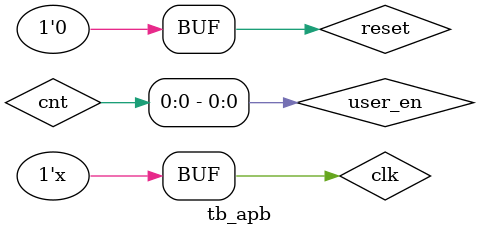
<source format=sv>

`timescale 1ns / 10ps

module tb_apb();

function integer clogb2;
  input [31:0] value;
  begin
      value = value - 1;
      for (clogb2=0; value>0; clogb2=clogb2+1) begin
          value = value >> 1;
      end
  end
endfunction

parameter DATA_WIDTH = 32;
parameter ADDR_WIDTH = 10;
//FIXME - If SLV_CNT is updated, then also update
//apb_master.v and apb_slave_wrapper.v
parameter SLV_CNT    = 3;
parameter SLV_RANGE  = 256;

//CLK and RESET generation
reg clk,reset;
initial begin
  clk = 0;
  reset = 1;
  #25;
  reset = 0;
end

always #5 clk = ~clk;

//USER interface
wire full,empty;
reg [5:0] cnt;
always @(posedge clk)
  if(reset)
    cnt <= {6{1'b0}};
  else if(!full)
    cnt <= cnt + 5'b1;

wire user_en;
assign user_en = cnt[0];//cnt[1]&cnt[0];

reg [DATA_WIDTH-1:0] data;
always @(posedge user_en)
  data = $urandom;

wire [DATA_WIDTH-1:0] dataout;
wire rd_en;
FIFO u_FIFO (
            .clk     (clk),
            .reset   (reset),
            .w_en    (user_en),
            .r_en    (rd_en),
            .datain  (data),
            .dataout (dataout),
            .full    (full),
            .empty   (empty)
            );

wire PENABLE;
wire PWRITE;
wire PREADY;
wire PSLVERROR;
wire [ADDR_WIDTH-1:0] PADDR;
wire [DATA_WIDTH-1:0] PWDATA;
wire [DATA_WIDTH-1:0] PRDATA;
wire [DATA_WIDTH/8-1:0] PSTRB;
wire [SLV_CNT-1:0] PSELx;

apb_master #(
    .DATA_WIDTH (DATA_WIDTH),
    .ADDR_WIDTH (ADDR_WIDTH),
    .SLV_ADDR_WIDTH (clogb2(SLV_RANGE)),
    .SLV_CNT    (SLV_CNT)
    ) U_APB_MASTER (
    .PCLK       (clk),
    .PRESETn    (~reset),
    .empty      (empty),
    .fdata      ({dataout[11:8],dataout,dataout[ADDR_WIDTH-1:0], dataout[31]? 2'b01:2'b10 }),
    .rd_en      (rd_en),
    .PREADY     (PREADY),
    .PRDATA     (PRDATA),
    .PADDR      (PADDR),
    .PWDATA     (PWDATA),
    .PENABLE    (PENABLE),
    .PWRITE     (PWRITE),
    .PSTRB      (PSTRB),
    .PSELx      (PSELx)
    );

apb_slave_wrapper#(
    .DATA_WIDTH (DATA_WIDTH),
    .ADDR_WIDTH (ADDR_WIDTH),
    .SLV_ADDR_WIDTH (clogb2(SLV_RANGE)),
    .SLV_CNT    (SLV_CNT)
    ) U_APB_SLAVE_WRAPPER (
    .PCLK       (clk),
    .PRESETn    (~reset),
    .PADDR      (PADDR),
    .PSELx      (PSELx),
    .PENABLE    (PENABLE),
    .PWRITE     (PWRITE),
    .PWDATA     (PWDATA),
    .PSTRB      (PSTRB),
    .PREADY     (PREADY),
    .PRDATA     (PRDATA),
    .PSLVERROR  (PSLVERROR)
   );

endmodule

</source>
